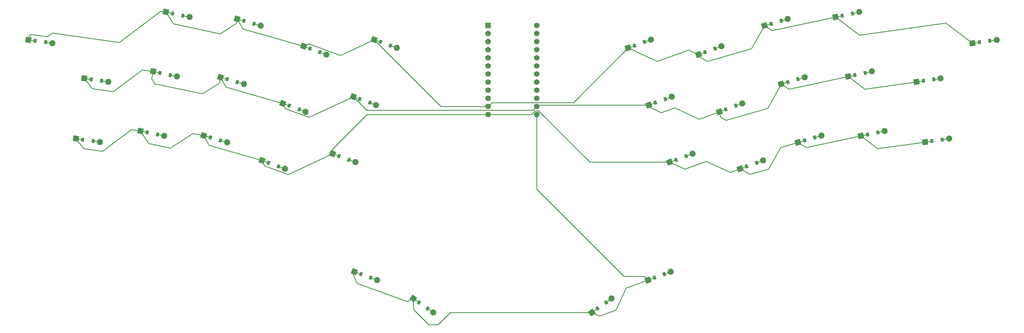
<source format=gbr>
%TF.GenerationSoftware,KiCad,Pcbnew,7.0.1-3b83917a11~172~ubuntu22.04.1*%
%TF.CreationDate,2023-04-10T14:49:45+02:00*%
%TF.ProjectId,koala-v1_ne,6b6f616c-612d-4763-915f-6e652e6b6963,v1.0.0*%
%TF.SameCoordinates,Original*%
%TF.FileFunction,Copper,L1,Top*%
%TF.FilePolarity,Positive*%
%FSLAX46Y46*%
G04 Gerber Fmt 4.6, Leading zero omitted, Abs format (unit mm)*
G04 Created by KiCad (PCBNEW 7.0.1-3b83917a11~172~ubuntu22.04.1) date 2023-04-10 14:49:45*
%MOMM*%
%LPD*%
G01*
G04 APERTURE LIST*
G04 Aperture macros list*
%AMRotRect*
0 Rectangle, with rotation*
0 The origin of the aperture is its center*
0 $1 length*
0 $2 width*
0 $3 Rotation angle, in degrees counterclockwise*
0 Add horizontal line*
21,1,$1,$2,0,0,$3*%
G04 Aperture macros list end*
%TA.AperFunction,ComponentPad*%
%ADD10RotRect,1.778000X1.778000X348.000000*%
%TD*%
%TA.AperFunction,SMDPad,CuDef*%
%ADD11RotRect,0.900000X1.200000X348.000000*%
%TD*%
%TA.AperFunction,ComponentPad*%
%ADD12C,1.905000*%
%TD*%
%TA.AperFunction,ComponentPad*%
%ADD13RotRect,1.778000X1.778000X16.000000*%
%TD*%
%TA.AperFunction,SMDPad,CuDef*%
%ADD14RotRect,0.900000X1.200000X16.000000*%
%TD*%
%TA.AperFunction,ComponentPad*%
%ADD15RotRect,1.778000X1.778000X340.000000*%
%TD*%
%TA.AperFunction,SMDPad,CuDef*%
%ADD16RotRect,0.900000X1.200000X340.000000*%
%TD*%
%TA.AperFunction,ComponentPad*%
%ADD17RotRect,1.778000X1.778000X20.000000*%
%TD*%
%TA.AperFunction,SMDPad,CuDef*%
%ADD18RotRect,0.900000X1.200000X20.000000*%
%TD*%
%TA.AperFunction,ComponentPad*%
%ADD19RotRect,1.778000X1.778000X352.000000*%
%TD*%
%TA.AperFunction,SMDPad,CuDef*%
%ADD20RotRect,0.900000X1.200000X352.000000*%
%TD*%
%TA.AperFunction,ComponentPad*%
%ADD21RotRect,1.778000X1.778000X35.000000*%
%TD*%
%TA.AperFunction,SMDPad,CuDef*%
%ADD22RotRect,0.900000X1.200000X35.000000*%
%TD*%
%TA.AperFunction,ComponentPad*%
%ADD23RotRect,1.778000X1.778000X12.000000*%
%TD*%
%TA.AperFunction,SMDPad,CuDef*%
%ADD24RotRect,0.900000X1.200000X12.000000*%
%TD*%
%TA.AperFunction,ComponentPad*%
%ADD25RotRect,1.778000X1.778000X8.000000*%
%TD*%
%TA.AperFunction,SMDPad,CuDef*%
%ADD26RotRect,0.900000X1.200000X8.000000*%
%TD*%
%TA.AperFunction,ComponentPad*%
%ADD27R,1.752600X1.752600*%
%TD*%
%TA.AperFunction,ComponentPad*%
%ADD28C,1.752600*%
%TD*%
%TA.AperFunction,ComponentPad*%
%ADD29RotRect,1.778000X1.778000X344.000000*%
%TD*%
%TA.AperFunction,SMDPad,CuDef*%
%ADD30RotRect,0.900000X1.200000X344.000000*%
%TD*%
%TA.AperFunction,ComponentPad*%
%ADD31RotRect,1.778000X1.778000X325.000000*%
%TD*%
%TA.AperFunction,SMDPad,CuDef*%
%ADD32RotRect,0.900000X1.200000X325.000000*%
%TD*%
%TA.AperFunction,Conductor*%
%ADD33C,0.250000*%
%TD*%
G04 APERTURE END LIST*
D10*
%TO.P,D4,1*%
%TO.N,P10*%
X76861705Y-135992941D03*
D11*
X78974503Y-136442031D03*
%TO.P,D4,2*%
%TO.N,ring_bottom*%
X82202391Y-137128139D03*
D12*
X84315189Y-137577229D03*
%TD*%
D13*
%TO.P,D25,1*%
%TO.N,P8*%
X277688843Y-121297514D03*
D14*
X279765168Y-120702138D03*
%TO.P,D25,2*%
%TO.N,mirror_middle_home*%
X282937332Y-119792534D03*
D12*
X285013657Y-119197158D03*
%TD*%
D15*
%TO.P,D12,1*%
%TO.N,P16*%
X127986002Y-109474965D03*
D16*
X130015738Y-110213729D03*
%TO.P,D12,2*%
%TO.N,index_top*%
X133116724Y-111342395D03*
D12*
X135146460Y-112081159D03*
%TD*%
D17*
%TO.P,D33,1*%
%TO.N,P9*%
X235910930Y-182737813D03*
D18*
X237940666Y-181999049D03*
%TO.P,D33,2*%
%TO.N,mirror_inner_cluster*%
X241041652Y-180870383D03*
D12*
X243071388Y-180131619D03*
%TD*%
D17*
%TO.P,D31,1*%
%TO.N,P8*%
X236220265Y-127889238D03*
D18*
X238250001Y-127150474D03*
%TO.P,D31,2*%
%TO.N,mirror_inner_home*%
X241350987Y-126021808D03*
D12*
X243380723Y-125283044D03*
%TD*%
D15*
%TO.P,D16,1*%
%TO.N,P9*%
X143878442Y-180131617D03*
D16*
X145908178Y-180870381D03*
%TO.P,D16,2*%
%TO.N,inner_cluster*%
X149009164Y-181999047D03*
D12*
X151038900Y-182737811D03*
%TD*%
D19*
%TO.P,D3,1*%
%TO.N,P16*%
X41732856Y-107459463D03*
D20*
X43871835Y-107760077D03*
%TO.P,D3,2*%
%TO.N,pinky_top*%
X47139719Y-108219349D03*
D12*
X49278698Y-108519963D03*
%TD*%
D15*
%TO.P,D14,1*%
%TO.N,P8*%
X143569102Y-125283047D03*
D16*
X145598838Y-126021811D03*
%TO.P,D14,2*%
%TO.N,inner_home*%
X148699824Y-127150477D03*
D12*
X150729560Y-127889241D03*
%TD*%
D21*
%TO.P,D34,1*%
%TO.N,P9*%
X218316526Y-192891861D03*
D22*
X220085894Y-191652936D03*
%TO.P,D34,2*%
%TO.N,mirror_outer_cluster*%
X222789096Y-189760134D03*
D12*
X224558464Y-188521209D03*
%TD*%
D23*
%TO.P,D21,1*%
%TO.N,P10*%
X302634635Y-137577233D03*
D24*
X304747433Y-137128143D03*
%TO.P,D21,2*%
%TO.N,mirror_ring_bottom*%
X307975321Y-136442035D03*
D12*
X310088119Y-135992945D03*
%TD*%
D17*
%TO.P,D29,1*%
%TO.N,P16*%
X251803359Y-112081165D03*
D18*
X253833095Y-111342401D03*
%TO.P,D29,2*%
%TO.N,mirror_index_top*%
X256934081Y-110213735D03*
D12*
X258963817Y-109474971D03*
%TD*%
D19*
%TO.P,D2,1*%
%TO.N,P8*%
X59271840Y-119543012D03*
D20*
X61410819Y-119843626D03*
%TO.P,D2,2*%
%TO.N,pinky_home*%
X64678703Y-120302898D03*
D12*
X66817682Y-120603512D03*
%TD*%
D15*
%TO.P,D11,1*%
%TO.N,P8*%
X121470521Y-127376114D03*
D16*
X123500257Y-128114878D03*
%TO.P,D11,2*%
%TO.N,index_home*%
X126601243Y-129243544D03*
D12*
X128630979Y-129982308D03*
%TD*%
D25*
%TO.P,D18,1*%
%TO.N,P10*%
X322783384Y-139468122D03*
D26*
X324922363Y-139167508D03*
%TO.P,D18,2*%
%TO.N,mirror_pinky_bottom*%
X328190247Y-138708236D03*
D12*
X330329226Y-138407622D03*
%TD*%
D25*
%TO.P,D20,1*%
%TO.N,P16*%
X337671122Y-108519960D03*
D26*
X339810101Y-108219346D03*
%TO.P,D20,2*%
%TO.N,mirror_pinky_top*%
X343077985Y-107760074D03*
D12*
X345216964Y-107459460D03*
%TD*%
D27*
%TO.P,MCU1,1*%
%TO.N,RAW*%
X185854909Y-102917674D03*
D28*
%TO.P,MCU1,2*%
%TO.N,GND*%
X185854909Y-105457674D03*
%TO.P,MCU1,3*%
%TO.N,RST*%
X185854909Y-107997674D03*
%TO.P,MCU1,4*%
%TO.N,VCC*%
X185854909Y-110537674D03*
%TO.P,MCU1,5*%
%TO.N,P21*%
X185854909Y-113077674D03*
%TO.P,MCU1,6*%
%TO.N,P20*%
X185854909Y-115617674D03*
%TO.P,MCU1,7*%
%TO.N,P19*%
X185854909Y-118157674D03*
%TO.P,MCU1,8*%
%TO.N,P18*%
X185854909Y-120697674D03*
%TO.P,MCU1,9*%
%TO.N,P15*%
X185854909Y-123237674D03*
%TO.P,MCU1,10*%
%TO.N,P14*%
X185854909Y-125777674D03*
%TO.P,MCU1,11*%
%TO.N,P16*%
X185854909Y-128317674D03*
%TO.P,MCU1,12*%
%TO.N,P10*%
X185854909Y-130857674D03*
%TO.P,MCU1,13*%
%TO.N,P1*%
X201094909Y-102917674D03*
%TO.P,MCU1,14*%
%TO.N,P0*%
X201094909Y-105457674D03*
%TO.P,MCU1,15*%
%TO.N,GND*%
X201094909Y-107997674D03*
%TO.P,MCU1,16*%
X201094909Y-110537674D03*
%TO.P,MCU1,17*%
%TO.N,P2*%
X201094909Y-113077674D03*
%TO.P,MCU1,18*%
%TO.N,P3*%
X201094909Y-115617674D03*
%TO.P,MCU1,19*%
%TO.N,P4*%
X201094909Y-118157674D03*
%TO.P,MCU1,20*%
%TO.N,P5*%
X201094909Y-120697674D03*
%TO.P,MCU1,21*%
%TO.N,P6*%
X201094909Y-123237674D03*
%TO.P,MCU1,22*%
%TO.N,P7*%
X201094909Y-125777674D03*
%TO.P,MCU1,23*%
%TO.N,P8*%
X201094909Y-128317674D03*
%TO.P,MCU1,24*%
%TO.N,P9*%
X201094909Y-130857674D03*
%TD*%
D23*
%TO.P,D23,1*%
%TO.N,P16*%
X294713201Y-100309807D03*
D24*
X296825999Y-99860717D03*
%TO.P,D23,2*%
%TO.N,mirror_ring_top*%
X300053887Y-99174609D03*
D12*
X302166685Y-98725519D03*
%TD*%
D13*
%TO.P,D24,1*%
%TO.N,P10*%
X282939736Y-139609544D03*
D14*
X285016061Y-139014168D03*
%TO.P,D24,2*%
%TO.N,mirror_middle_bottom*%
X288188225Y-138104564D03*
D12*
X290264550Y-137509188D03*
%TD*%
D15*
%TO.P,D10,1*%
%TO.N,P10*%
X114955032Y-145277258D03*
D16*
X116984768Y-146016022D03*
%TO.P,D10,2*%
%TO.N,index_bottom*%
X120085754Y-147144688D03*
D12*
X122115490Y-147883452D03*
%TD*%
D19*
%TO.P,D1,1*%
%TO.N,P10*%
X56620594Y-138407626D03*
D20*
X58759573Y-138708240D03*
%TO.P,D1,2*%
%TO.N,pinky_bottom*%
X62027457Y-139167512D03*
D12*
X64166436Y-139468126D03*
%TD*%
D10*
%TO.P,D5,1*%
%TO.N,P8*%
X80822426Y-117359232D03*
D11*
X82935224Y-117808322D03*
%TO.P,D5,2*%
%TO.N,ring_home*%
X86163112Y-118494430D03*
D12*
X88275910Y-118943520D03*
%TD*%
D29*
%TO.P,D9,1*%
%TO.N,P16*%
X107187064Y-100885124D03*
D30*
X109263389Y-101480500D03*
%TO.P,D9,2*%
%TO.N,middle_top*%
X112435553Y-102390104D03*
D12*
X114511878Y-102985480D03*
%TD*%
D17*
%TO.P,D28,1*%
%TO.N,P8*%
X258318848Y-129982307D03*
D18*
X260348584Y-129243543D03*
%TO.P,D28,2*%
%TO.N,mirror_index_home*%
X263449570Y-128114877D03*
D12*
X265479306Y-127376113D03*
%TD*%
D13*
%TO.P,D26,1*%
%TO.N,P16*%
X272437950Y-102985478D03*
D14*
X274514275Y-102390102D03*
%TO.P,D26,2*%
%TO.N,mirror_middle_top*%
X277686439Y-101480498D03*
D12*
X279762764Y-100885122D03*
%TD*%
D15*
%TO.P,D15,1*%
%TO.N,P16*%
X150084589Y-107381903D03*
D16*
X152114325Y-108120667D03*
%TO.P,D15,2*%
%TO.N,inner_top*%
X155215311Y-109249333D03*
D12*
X157245047Y-109988097D03*
%TD*%
D17*
%TO.P,D27,1*%
%TO.N,P10*%
X264834328Y-147883454D03*
D18*
X266864064Y-147144690D03*
%TO.P,D27,2*%
%TO.N,mirror_index_bottom*%
X269965050Y-146016024D03*
D12*
X271994786Y-145277260D03*
%TD*%
D31*
%TO.P,D17,1*%
%TO.N,P9*%
X162391362Y-188521203D03*
D32*
X164160730Y-189760128D03*
%TO.P,D17,2*%
%TO.N,outer_cluster*%
X166863932Y-191652930D03*
D12*
X168633300Y-192891855D03*
%TD*%
D17*
%TO.P,D32,1*%
%TO.N,P16*%
X229704786Y-109988093D03*
D18*
X231734522Y-109249329D03*
%TO.P,D32,2*%
%TO.N,mirror_inner_top*%
X234835508Y-108120663D03*
D12*
X236865244Y-107381899D03*
%TD*%
D29*
%TO.P,D8,1*%
%TO.N,P8*%
X101936167Y-119197154D03*
D30*
X104012492Y-119792530D03*
%TO.P,D8,2*%
%TO.N,middle_home*%
X107184656Y-120702134D03*
D12*
X109260981Y-121297510D03*
%TD*%
D17*
%TO.P,D30,1*%
%TO.N,P10*%
X242735750Y-145790381D03*
D18*
X244765486Y-145051617D03*
%TO.P,D30,2*%
%TO.N,mirror_inner_bottom*%
X247866472Y-143922951D03*
D12*
X249896208Y-143184187D03*
%TD*%
D29*
%TO.P,D7,1*%
%TO.N,P10*%
X96685271Y-137509189D03*
D30*
X98761596Y-138104565D03*
%TO.P,D7,2*%
%TO.N,middle_bottom*%
X101933760Y-139014169D03*
D12*
X104010085Y-139609545D03*
%TD*%
D10*
%TO.P,D6,1*%
%TO.N,P16*%
X84783141Y-98725521D03*
D11*
X86895939Y-99174611D03*
%TO.P,D6,2*%
%TO.N,ring_top*%
X90123827Y-99860719D03*
D12*
X92236625Y-100309809D03*
%TD*%
D15*
%TO.P,D13,1*%
%TO.N,P10*%
X137053617Y-143184192D03*
D16*
X139083353Y-143922956D03*
%TO.P,D13,2*%
%TO.N,inner_bottom*%
X142184339Y-145051622D03*
D12*
X144214075Y-145790386D03*
%TD*%
D23*
%TO.P,D22,1*%
%TO.N,P8*%
X298673921Y-118943520D03*
D24*
X300786719Y-118494430D03*
%TO.P,D22,2*%
%TO.N,mirror_ring_home*%
X304014607Y-117808322D03*
D12*
X306127405Y-117359232D03*
%TD*%
D25*
%TO.P,D19,1*%
%TO.N,P8*%
X320132143Y-120603512D03*
D26*
X322271122Y-120302898D03*
%TO.P,D19,2*%
%TO.N,mirror_pinky_home*%
X325539006Y-119843626D03*
D12*
X327677985Y-119543012D03*
%TD*%
D33*
%TO.N,P16*%
X43871834Y-107760078D02*
X41732856Y-107459464D01*
%TO.N,pinky_top*%
X49278698Y-108519963D02*
X47139720Y-108219349D01*
%TO.N,pinky_home*%
X66817683Y-120603511D02*
X64678703Y-120302897D01*
%TO.N,P8*%
X61410818Y-119843626D02*
X59271840Y-119543013D01*
%TO.N,P10*%
X58759574Y-138708238D02*
X56620595Y-138407624D01*
%TO.N,pinky_bottom*%
X64166437Y-139468124D02*
X62027458Y-139167510D01*
%TO.N,P10*%
X78974503Y-136442030D02*
X76861704Y-135992942D01*
%TO.N,ring_bottom*%
X84315188Y-137577228D02*
X82202389Y-137128138D01*
%TO.N,ring_home*%
X88275911Y-118943519D02*
X86163112Y-118494430D01*
%TO.N,P8*%
X82935226Y-117808321D02*
X80822426Y-117359232D01*
%TO.N,P16*%
X86895939Y-99174609D02*
X84783141Y-98725521D01*
%TO.N,ring_top*%
X92236625Y-100309808D02*
X90123827Y-99860718D01*
%TO.N,P16*%
X109263389Y-101480500D02*
X107187065Y-100885124D01*
%TO.N,middle_top*%
X114511879Y-102985481D02*
X112435553Y-102390103D01*
%TO.N,P8*%
X104012491Y-119792531D02*
X101936167Y-119197154D01*
%TO.N,middle_home*%
X109260980Y-121297511D02*
X107184655Y-120702134D01*
%TO.N,P10*%
X98761597Y-138104566D02*
X96685271Y-137509188D01*
%TO.N,middle_bottom*%
X104010085Y-139609545D02*
X101933759Y-139014168D01*
%TO.N,P10*%
X116984770Y-146016022D02*
X114955033Y-145277258D01*
%TO.N,index_bottom*%
X122115491Y-147883453D02*
X120085755Y-147144688D01*
%TO.N,P8*%
X123500257Y-128114876D02*
X121470522Y-127376113D01*
%TO.N,index_home*%
X128630979Y-129982308D02*
X126601244Y-129243544D01*
%TO.N,P16*%
X130015737Y-110213729D02*
X127986003Y-109474966D01*
%TO.N,index_top*%
X135146460Y-112081158D02*
X133116724Y-111342393D01*
%TO.N,inner_top*%
X157245046Y-109988097D02*
X155215309Y-109249334D01*
%TO.N,P16*%
X152114326Y-108120666D02*
X150084588Y-107381902D01*
%TO.N,inner_home*%
X150729559Y-127889241D02*
X148699821Y-127150478D01*
%TO.N,P8*%
X145598836Y-126021811D02*
X143569100Y-125283048D01*
%TO.N,inner_bottom*%
X144214075Y-145790386D02*
X142184338Y-145051622D01*
%TO.N,P10*%
X139083353Y-143922958D02*
X137053617Y-143184192D01*
%TO.N,inner_cluster*%
X151038900Y-182737811D02*
X149009163Y-181999048D01*
%TO.N,P9*%
X145908177Y-180870382D02*
X143878441Y-180131618D01*
%TO.N,outer_cluster*%
X168633303Y-192891855D02*
X166916592Y-191644592D01*
X166916592Y-191644592D02*
X166863933Y-191652929D01*
%TO.N,P9*%
X164160734Y-189760125D02*
X162444020Y-188512863D01*
X162444020Y-188512863D02*
X162391366Y-188521201D01*
X220085895Y-191652934D02*
X218369182Y-192900199D01*
X218369182Y-192900199D02*
X218316526Y-192891859D01*
%TO.N,mirror_outer_cluster*%
X224558470Y-188521208D02*
X222841756Y-189768471D01*
X222841756Y-189768471D02*
X222789097Y-189760132D01*
%TO.N,P9*%
X237940670Y-181999044D02*
X235910930Y-182737813D01*
%TO.N,mirror_inner_cluster*%
X243071390Y-180131614D02*
X241041657Y-180870382D01*
%TO.N,P10*%
X244765489Y-145051615D02*
X242735754Y-145790380D01*
%TO.N,mirror_inner_bottom*%
X249896210Y-143184184D02*
X247866475Y-143922952D01*
%TO.N,mirror_inner_home*%
X243380723Y-125283046D02*
X241350988Y-126021810D01*
%TO.N,P8*%
X238250003Y-127150473D02*
X236220266Y-127889237D01*
%TO.N,P16*%
X231734524Y-109249328D02*
X229704781Y-109988094D01*
%TO.N,mirror_inner_top*%
X236865241Y-107381898D02*
X234835507Y-108120666D01*
%TO.N,mirror_index_top*%
X258963816Y-109474969D02*
X256934085Y-110213732D01*
%TO.N,P16*%
X253833097Y-111342401D02*
X251803360Y-112081164D01*
%TO.N,mirror_index_home*%
X265479307Y-127376116D02*
X263449570Y-128114879D01*
%TO.N,P8*%
X260348586Y-129243542D02*
X258318853Y-129982303D01*
%TO.N,mirror_index_bottom*%
X271994787Y-145277262D02*
X269965055Y-146016023D01*
%TO.N,P10*%
X266864063Y-147144692D02*
X264834328Y-147883457D01*
%TO.N,mirror_middle_bottom*%
X290264552Y-137509188D02*
X288188227Y-138104566D01*
%TO.N,P10*%
X285016064Y-139014169D02*
X282939742Y-139609544D01*
%TO.N,P8*%
X279765164Y-120702139D02*
X277688842Y-121297515D01*
%TO.N,mirror_middle_home*%
X282937333Y-119792532D02*
X285013655Y-119197159D01*
%TO.N,P16*%
X274514275Y-102390102D02*
X272437951Y-102985477D01*
%TO.N,mirror_middle_top*%
X279762764Y-100885121D02*
X277686442Y-101480496D01*
%TO.N,P10*%
X304747434Y-137128143D02*
X302634633Y-137577230D01*
%TO.N,mirror_ring_bottom*%
X310088121Y-135992949D02*
X307975322Y-136442032D01*
%TO.N,P8*%
X300786729Y-118494426D02*
X298673922Y-118943522D01*
%TO.N,mirror_ring_home*%
X306127409Y-117359231D02*
X304014608Y-117808319D01*
%TO.N,P16*%
X296825999Y-99860719D02*
X294713200Y-100309808D01*
%TO.N,mirror_ring_top*%
X302166686Y-98725523D02*
X300053888Y-99174609D01*
%TO.N,P10*%
X324922361Y-139167509D02*
X322783387Y-139468119D01*
%TO.N,mirror_pinky_bottom*%
X330329225Y-138407626D02*
X328190248Y-138708236D01*
%TO.N,P8*%
X322271115Y-120302898D02*
X320132141Y-120603510D01*
%TO.N,mirror_pinky_home*%
X327677980Y-119543013D02*
X325539000Y-119843627D01*
%TO.N,mirror_pinky_top*%
X345216963Y-107459461D02*
X343077983Y-107760078D01*
%TO.N,P16*%
X339810100Y-108219346D02*
X337671120Y-108519961D01*
%TO.N,P10*%
X79426123Y-139941797D02*
X86202076Y-141382070D01*
X242735752Y-145790376D02*
X217726511Y-145790379D01*
X96685275Y-137509188D02*
X98352247Y-140516489D01*
X307916644Y-141557512D02*
X302634636Y-137577227D01*
X115718560Y-146914645D02*
X123207909Y-149640548D01*
X123207909Y-149640548D02*
X137053615Y-143184189D01*
X58969750Y-141525063D02*
X56620592Y-138407624D01*
X137053617Y-141729019D02*
X147924959Y-130857675D01*
X199396017Y-130857679D02*
X185854908Y-130857674D01*
X267932043Y-149600548D02*
X264834328Y-147883458D01*
X277489652Y-141172333D02*
X273741154Y-147934811D01*
X93280283Y-136785435D02*
X96685275Y-137509188D01*
X200597315Y-129656376D02*
X199396017Y-130857679D01*
X322783385Y-139468122D02*
X307916644Y-141557512D01*
X264834328Y-147883458D02*
X261693556Y-149026603D01*
X285438636Y-141232350D02*
X282939741Y-139609543D01*
X147924959Y-130857675D02*
X185854908Y-130857674D01*
X273741154Y-147934811D02*
X267932043Y-149600548D01*
X201592505Y-129656377D02*
X200597315Y-129656376D01*
X98352247Y-140516489D02*
X114955035Y-145277265D01*
X261693556Y-149026603D02*
X254229212Y-145545920D01*
X254229212Y-145545920D02*
X247479722Y-148002535D01*
X86202076Y-141382070D02*
X93280283Y-136785435D01*
X64958317Y-142366702D02*
X58969750Y-141525063D01*
X73958111Y-135584868D02*
X64958317Y-142366702D01*
X137053616Y-143184191D02*
X137053617Y-141729019D01*
X302634634Y-137577225D02*
X285438636Y-141232350D01*
X217726511Y-145790379D02*
X201592505Y-129656377D01*
X247479722Y-148002535D02*
X242735752Y-145790376D01*
X76861706Y-135992941D02*
X79426123Y-139941797D01*
X76861706Y-135992941D02*
X73958111Y-135584868D01*
X282939742Y-139609544D02*
X277489652Y-141172333D01*
X114955035Y-145277265D02*
X115718560Y-146914645D01*
%TO.N,P8*%
X80341299Y-119622746D02*
X81362081Y-121194610D01*
X236484640Y-128615599D02*
X236220267Y-127889238D01*
X81362081Y-121194610D02*
X96293531Y-124368388D01*
X68318082Y-123677754D02*
X61685126Y-122745553D01*
X129723398Y-131739402D02*
X143569104Y-125283047D01*
X236220265Y-127889240D02*
X201523348Y-127889238D01*
X258318852Y-129982307D02*
X251974924Y-132291305D01*
X298673920Y-118943519D02*
X280132708Y-122884574D01*
X101564582Y-120945335D02*
X101936168Y-119197157D01*
X96293531Y-124368388D02*
X101564582Y-120945335D01*
X122234047Y-129013500D02*
X129723398Y-131739402D01*
X273463887Y-128919539D02*
X260418149Y-132660348D01*
X303903514Y-122884301D02*
X298673920Y-118943519D01*
X240086285Y-130295076D02*
X236484640Y-128615599D01*
X251974924Y-132291305D02*
X244358994Y-128739934D01*
X320132145Y-120603515D02*
X303903514Y-122884301D01*
X277688843Y-121297515D02*
X273463887Y-128919539D01*
X80822424Y-117359234D02*
X77350559Y-116871289D01*
X143569101Y-125283044D02*
X147805030Y-129518975D01*
X103634952Y-122261849D02*
X121470518Y-127376115D01*
X201523348Y-127889238D02*
X201094909Y-128317672D01*
X199893615Y-129518974D02*
X201094909Y-128317672D01*
X280132708Y-122884574D02*
X277688842Y-121297517D01*
X260418149Y-132660348D02*
X258835152Y-131782873D01*
X61685126Y-122745553D02*
X59271838Y-119543011D01*
X77350559Y-116871289D02*
X68318082Y-123677754D01*
X121470518Y-127376115D02*
X122234047Y-129013500D01*
X80822424Y-117359234D02*
X80341299Y-119622746D01*
X147805030Y-129518975D02*
X199893615Y-129518974D01*
X101936168Y-119197157D02*
X103634952Y-122261849D01*
X258835152Y-131782873D02*
X258318852Y-129982307D01*
X244358994Y-128739934D02*
X240086285Y-130295076D01*
%TO.N,P16*%
X212576503Y-127116376D02*
X187056210Y-127116380D01*
X171020361Y-128317674D02*
X185854909Y-128317677D01*
X87206611Y-102457344D02*
X101805627Y-105560457D01*
X251803357Y-112081161D02*
X248688801Y-110628820D01*
X294713198Y-100309804D02*
X274826782Y-104536798D01*
X139527064Y-112304949D02*
X150084590Y-107381904D01*
X106895939Y-102254769D02*
X107187062Y-100885121D01*
X84783139Y-98725517D02*
X83115130Y-98491094D01*
X70168380Y-108247177D02*
X49221373Y-105303268D01*
X101805627Y-105560457D02*
X106895939Y-102254769D01*
X272437951Y-102985477D02*
X268413563Y-110245672D01*
X238798540Y-114228579D02*
X229704779Y-109988094D01*
X41905597Y-106230374D02*
X41732862Y-107459464D01*
X127986005Y-109474969D02*
X129636803Y-108705192D01*
X274826782Y-104536798D02*
X272437954Y-102985475D01*
X337671125Y-108519956D02*
X329224435Y-102154927D01*
X248688801Y-110628820D02*
X238798540Y-114228579D01*
X187056210Y-127116380D02*
X185854909Y-128317677D01*
X47690598Y-106456779D02*
X42561701Y-105735962D01*
X229704782Y-109988095D02*
X212576503Y-127116376D01*
X150084589Y-107381905D02*
X171020361Y-128317674D01*
X252004053Y-112781059D02*
X251803357Y-112081161D01*
X108917668Y-104007212D02*
X127986005Y-109474969D01*
X268413563Y-110245672D02*
X254584098Y-114211208D01*
X42561701Y-105735962D02*
X41905597Y-106230374D01*
X329224435Y-102154927D02*
X302201619Y-105952733D01*
X302201619Y-105952733D02*
X294713198Y-100309804D01*
X84783139Y-98725517D02*
X87206611Y-102457344D01*
X107187062Y-100885121D02*
X108917668Y-104007212D01*
X49221373Y-105303268D02*
X47690598Y-106456779D01*
X83115130Y-98491094D02*
X70168380Y-108247177D01*
X254584098Y-114211208D02*
X252004053Y-112781059D01*
X129636803Y-108705192D02*
X139527064Y-112304949D01*
%TO.N,P9*%
X201094908Y-154259029D02*
X201094908Y-130857678D01*
X234725405Y-181552284D02*
X228388167Y-181552286D01*
X235910932Y-182737813D02*
X234725405Y-181552284D01*
X167224272Y-196754128D02*
X162391359Y-191921221D01*
X173990824Y-192891857D02*
X170128554Y-196754133D01*
X160409074Y-189445560D02*
X144768791Y-183752960D01*
X162391359Y-191921221D02*
X162391364Y-188521204D01*
X228388167Y-181552286D02*
X201094908Y-154259029D01*
X225881726Y-192148084D02*
X220737078Y-194020577D01*
X229116670Y-185210722D02*
X225881726Y-192148084D01*
X143528482Y-181093110D02*
X143878439Y-180131621D01*
X218316527Y-192891860D02*
X173990824Y-192891857D01*
X162391363Y-188521203D02*
X160409074Y-189445560D01*
X144768791Y-183752960D02*
X143528482Y-181093110D01*
X220737078Y-194020577D02*
X218316529Y-192891865D01*
X170128554Y-196754133D02*
X167224272Y-196754128D01*
X235910928Y-182737815D02*
X229116670Y-185210722D01*
%TD*%
M02*

</source>
